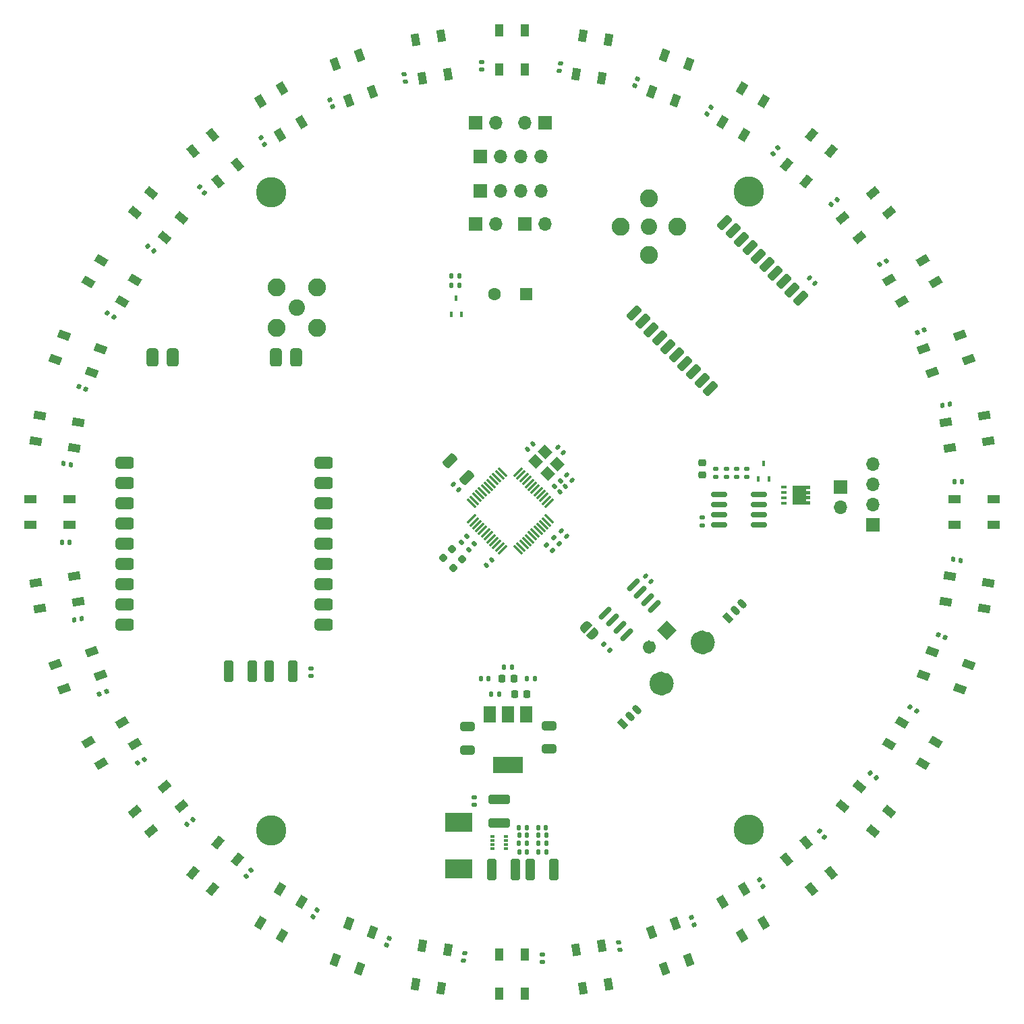
<source format=gts>
G04 #@! TF.GenerationSoftware,KiCad,Pcbnew,(6.0.6)*
G04 #@! TF.CreationDate,2023-02-05T11:55:43-05:00*
G04 #@! TF.ProjectId,NoseConeBoardV1,4e6f7365-436f-46e6-9542-6f6172645631,rev?*
G04 #@! TF.SameCoordinates,Original*
G04 #@! TF.FileFunction,Soldermask,Top*
G04 #@! TF.FilePolarity,Negative*
%FSLAX46Y46*%
G04 Gerber Fmt 4.6, Leading zero omitted, Abs format (unit mm)*
G04 Created by KiCad (PCBNEW (6.0.6)) date 2023-02-05 11:55:43*
%MOMM*%
%LPD*%
G01*
G04 APERTURE LIST*
G04 Aperture macros list*
%AMRoundRect*
0 Rectangle with rounded corners*
0 $1 Rounding radius*
0 $2 $3 $4 $5 $6 $7 $8 $9 X,Y pos of 4 corners*
0 Add a 4 corners polygon primitive as box body*
4,1,4,$2,$3,$4,$5,$6,$7,$8,$9,$2,$3,0*
0 Add four circle primitives for the rounded corners*
1,1,$1+$1,$2,$3*
1,1,$1+$1,$4,$5*
1,1,$1+$1,$6,$7*
1,1,$1+$1,$8,$9*
0 Add four rect primitives between the rounded corners*
20,1,$1+$1,$2,$3,$4,$5,0*
20,1,$1+$1,$4,$5,$6,$7,0*
20,1,$1+$1,$6,$7,$8,$9,0*
20,1,$1+$1,$8,$9,$2,$3,0*%
%AMHorizOval*
0 Thick line with rounded ends*
0 $1 width*
0 $2 $3 position (X,Y) of the first rounded end (center of the circle)*
0 $4 $5 position (X,Y) of the second rounded end (center of the circle)*
0 Add line between two ends*
20,1,$1,$2,$3,$4,$5,0*
0 Add two circle primitives to create the rounded ends*
1,1,$1,$2,$3*
1,1,$1,$4,$5*%
%AMRotRect*
0 Rectangle, with rotation*
0 The origin of the aperture is its center*
0 $1 length*
0 $2 width*
0 $3 Rotation angle, in degrees counterclockwise*
0 Add horizontal line*
21,1,$1,$2,0,0,$3*%
%AMFreePoly0*
4,1,17,1.395000,0.765000,0.855000,0.765000,0.855000,0.535000,1.395000,0.535000,1.395000,0.115000,0.855000,0.115000,0.855000,-0.115000,1.395000,-0.115000,1.395000,-0.535000,0.855000,-0.535000,0.855000,-0.765000,1.395000,-0.765000,1.395000,-1.185000,-0.855000,-1.185000,-0.855000,1.185000,1.395000,1.185000,1.395000,0.765000,1.395000,0.765000,$1*%
%AMFreePoly1*
4,1,22,0.499999,-0.750000,0.000000,-0.750000,0.000000,-0.745033,-0.079941,-0.743568,-0.215256,-0.701293,-0.333266,-0.622738,-0.424486,-0.514219,-0.481581,-0.384460,-0.499164,-0.250000,-0.500000,-0.250000,-0.500000,0.250000,-0.499164,0.250000,-0.499963,0.256109,-0.478152,0.396186,-0.417904,0.524511,-0.324060,0.630769,-0.204165,0.706417,-0.067858,0.745374,0.000000,0.744960,0.000000,0.750000,
0.499999,0.750000,0.499999,-0.750000,0.499999,-0.750000,$1*%
%AMFreePoly2*
4,1,20,0.000000,0.744960,0.073905,0.744508,0.209726,0.703889,0.328688,0.626782,0.421226,0.519385,0.479903,0.390333,0.500000,0.250000,0.500000,-0.250000,0.499851,-0.262216,0.476331,-0.402017,0.414519,-0.529596,0.319384,-0.634700,0.198574,-0.708877,0.061801,-0.746166,0.000000,-0.745033,0.000000,-0.750000,-0.499999,-0.750000,-0.499999,0.750000,0.000000,0.750000,0.000000,0.744960,
0.000000,0.744960,$1*%
G04 Aperture macros list end*
%ADD10C,1.531200*%
%ADD11C,0.836200*%
%ADD12C,0.010000*%
%ADD13RoundRect,0.140000X0.111865X-0.189700X0.207631X0.073414X-0.111865X0.189700X-0.207631X-0.073414X0*%
%ADD14R,1.700000X1.700000*%
%ADD15O,1.700000X1.700000*%
%ADD16RoundRect,0.140000X-0.170000X0.140000X-0.170000X-0.140000X0.170000X-0.140000X0.170000X0.140000X0*%
%ADD17RotRect,1.500000X1.000000X100.000000*%
%ADD18R,1.000000X1.500000*%
%ADD19R,0.450000X0.700000*%
%ADD20RoundRect,0.150000X0.825000X0.150000X-0.825000X0.150000X-0.825000X-0.150000X0.825000X-0.150000X0*%
%ADD21RoundRect,0.140000X0.219203X0.021213X0.021213X0.219203X-0.219203X-0.021213X-0.021213X-0.219203X0*%
%ADD22RoundRect,0.140000X0.140000X0.170000X-0.140000X0.170000X-0.140000X-0.170000X0.140000X-0.170000X0*%
%ADD23RoundRect,0.140000X0.077224X-0.206244X0.217224X0.036244X-0.077224X0.206244X-0.217224X-0.036244X0*%
%ADD24RoundRect,0.140000X0.143107X-0.167393X0.191728X0.108353X-0.143107X0.167393X-0.191728X-0.108353X0*%
%ADD25RoundRect,0.250000X-0.325000X-1.100000X0.325000X-1.100000X0.325000X1.100000X-0.325000X1.100000X0*%
%ADD26RotRect,1.500000X1.000000X350.000000*%
%ADD27RoundRect,0.135000X0.135000X0.185000X-0.135000X0.185000X-0.135000X-0.185000X0.135000X-0.185000X0*%
%ADD28RoundRect,0.140000X-0.216520X-0.040237X-0.002028X-0.220218X0.216520X0.040237X0.002028X0.220218X0*%
%ADD29RoundRect,0.140000X-0.219203X-0.021213X-0.021213X-0.219203X0.219203X0.021213X0.021213X0.219203X0*%
%ADD30RoundRect,0.250000X-0.689429X-0.229810X-0.229810X-0.689429X0.689429X0.229810X0.229810X0.689429X0*%
%ADD31RoundRect,0.250000X-0.650000X0.325000X-0.650000X-0.325000X0.650000X-0.325000X0.650000X0.325000X0*%
%ADD32RoundRect,0.218750X0.218750X0.256250X-0.218750X0.256250X-0.218750X-0.256250X0.218750X-0.256250X0*%
%ADD33RoundRect,0.218750X0.026517X-0.335876X0.335876X-0.026517X-0.026517X0.335876X-0.335876X0.026517X0*%
%ADD34C,3.800000*%
%ADD35RoundRect,0.140000X0.216520X0.040237X0.002028X0.220218X-0.216520X-0.040237X-0.002028X-0.220218X0*%
%ADD36RoundRect,0.140000X0.036244X0.217224X-0.206244X0.077224X-0.036244X-0.217224X0.206244X-0.077224X0*%
%ADD37RoundRect,0.135000X-0.226274X-0.035355X-0.035355X-0.226274X0.226274X0.035355X0.035355X0.226274X0*%
%ADD38R,1.500000X1.000000*%
%ADD39RoundRect,0.140000X-0.077224X0.206244X-0.217224X-0.036244X0.077224X-0.206244X0.217224X0.036244X0*%
%ADD40RotRect,1.500000X1.000000X150.000000*%
%ADD41RoundRect,0.135000X-0.035355X0.226274X-0.226274X0.035355X0.035355X-0.226274X0.226274X-0.035355X0*%
%ADD42R,3.500000X2.450000*%
%ADD43RotRect,1.500000X1.000000X140.000000*%
%ADD44RotRect,1.500000X1.000000X20.000000*%
%ADD45RoundRect,0.140000X-0.140000X-0.170000X0.140000X-0.170000X0.140000X0.170000X-0.140000X0.170000X0*%
%ADD46RoundRect,0.140000X-0.217224X0.036244X-0.077224X-0.206244X0.217224X-0.036244X0.077224X0.206244X0*%
%ADD47RoundRect,0.140000X-0.021213X0.219203X-0.219203X0.021213X0.021213X-0.219203X0.219203X-0.021213X0*%
%ADD48RoundRect,0.140000X-0.189700X-0.111865X0.073414X-0.207631X0.189700X0.111865X-0.073414X0.207631X0*%
%ADD49RotRect,1.500000X1.000000X200.000000*%
%ADD50RoundRect,0.140000X-0.036244X-0.217224X0.206244X-0.077224X0.036244X0.217224X-0.206244X0.077224X0*%
%ADD51RotRect,1.500000X1.000000X250.000000*%
%ADD52RotRect,1.400000X1.200000X315.000000*%
%ADD53RoundRect,0.140000X0.207631X-0.073414X0.111865X0.189700X-0.207631X0.073414X-0.111865X-0.189700X0*%
%ADD54RoundRect,0.150000X0.353553X0.848528X-0.848528X-0.353553X-0.353553X-0.848528X0.848528X0.353553X0*%
%ADD55RotRect,1.500000X1.000000X330.000000*%
%ADD56RoundRect,0.140000X-0.206244X-0.077224X0.036244X-0.217224X0.206244X0.077224X-0.036244X0.217224X0*%
%ADD57RoundRect,0.150000X0.477297X0.689429X-0.689429X-0.477297X-0.477297X-0.689429X0.689429X0.477297X0*%
%ADD58RoundRect,0.250000X0.325000X1.100000X-0.325000X1.100000X-0.325000X-1.100000X0.325000X-1.100000X0*%
%ADD59RoundRect,0.140000X0.170000X-0.140000X0.170000X0.140000X-0.170000X0.140000X-0.170000X-0.140000X0*%
%ADD60RotRect,1.500000X1.000000X130.000000*%
%ADD61RoundRect,0.135000X-0.135000X-0.185000X0.135000X-0.185000X0.135000X0.185000X-0.135000X0.185000X0*%
%ADD62RotRect,1.500000X1.000000X190.000000*%
%ADD63RoundRect,0.140000X-0.191728X0.108353X-0.143107X-0.167393X0.191728X-0.108353X0.143107X0.167393X0*%
%ADD64RotRect,1.500000X1.000000X60.000000*%
%ADD65RotRect,1.500000X1.000000X320.000000*%
%ADD66RotRect,1.500000X1.000000X260.000000*%
%ADD67RoundRect,0.140000X0.217224X-0.036244X0.077224X0.206244X-0.217224X0.036244X-0.077224X-0.206244X0*%
%ADD68RotRect,1.500000X1.000000X10.000000*%
%ADD69RoundRect,0.135000X-0.185000X0.135000X-0.185000X-0.135000X0.185000X-0.135000X0.185000X0.135000X0*%
%ADD70RoundRect,0.140000X-0.002028X0.220218X-0.216520X0.040237X0.002028X-0.220218X0.216520X-0.040237X0*%
%ADD71RoundRect,0.200000X0.176777X-0.459619X0.459619X-0.176777X-0.176777X0.459619X-0.459619X0.176777X0*%
%ADD72HorizOval,0.800000X-0.176777X0.176777X0.176777X-0.176777X0*%
%ADD73R,1.500000X2.000000*%
%ADD74R,3.800000X2.000000*%
%ADD75RoundRect,0.140000X-0.073414X-0.207631X0.189700X-0.111865X0.073414X0.207631X-0.189700X0.111865X0*%
%ADD76RotRect,1.500000X1.000000X230.000000*%
%ADD77RoundRect,0.218750X-0.256250X0.218750X-0.256250X-0.218750X0.256250X-0.218750X0.256250X0.218750X0*%
%ADD78R,0.475000X0.300000*%
%ADD79RoundRect,0.140000X0.189700X0.111865X-0.073414X0.207631X-0.189700X-0.111865X0.073414X-0.207631X0*%
%ADD80RotRect,1.500000X1.000000X50.000000*%
%ADD81RoundRect,0.135000X0.226274X0.035355X0.035355X0.226274X-0.226274X-0.035355X-0.035355X-0.226274X0*%
%ADD82RoundRect,0.140000X-0.040237X0.216520X-0.220218X0.002028X0.040237X-0.216520X0.220218X-0.002028X0*%
%ADD83RotRect,1.500000X1.000000X290.000000*%
%ADD84RotRect,1.500000X1.000000X210.000000*%
%ADD85C,2.050000*%
%ADD86C,2.250000*%
%ADD87RoundRect,0.140000X0.073414X0.207631X-0.189700X0.111865X-0.073414X-0.207631X0.189700X-0.111865X0*%
%ADD88RoundRect,0.140000X0.220218X0.002028X0.040237X0.216520X-0.220218X-0.002028X-0.040237X-0.216520X0*%
%ADD89RotRect,1.500000X1.000000X340.000000*%
%ADD90RoundRect,0.140000X0.021213X-0.219203X0.219203X-0.021213X-0.021213X0.219203X-0.219203X0.021213X0*%
%ADD91RoundRect,0.140000X-0.143107X0.167393X-0.191728X-0.108353X0.143107X-0.167393X0.191728X0.108353X0*%
%ADD92RotRect,1.500000X1.000000X40.000000*%
%ADD93RoundRect,0.140000X-0.167393X-0.143107X0.108353X-0.191728X0.167393X0.143107X-0.108353X0.191728X0*%
%ADD94RoundRect,0.075000X0.415425X0.521491X-0.521491X-0.415425X-0.415425X-0.521491X0.521491X0.415425X0*%
%ADD95RoundRect,0.075000X-0.415425X0.521491X-0.521491X0.415425X0.415425X-0.521491X0.521491X-0.415425X0*%
%ADD96RoundRect,0.140000X0.002028X-0.220218X0.216520X-0.040237X-0.002028X0.220218X-0.216520X0.040237X0*%
%ADD97RoundRect,0.140000X-0.220218X-0.002028X-0.040237X-0.216520X0.220218X0.002028X0.040237X0.216520X0*%
%ADD98RoundRect,0.135000X0.035355X-0.226274X0.226274X-0.035355X-0.035355X0.226274X-0.226274X0.035355X0*%
%ADD99RotRect,1.500000X1.000000X30.000000*%
%ADD100RotRect,1.500000X1.000000X240.000000*%
%ADD101RotRect,1.500000X1.000000X280.000000*%
%ADD102RotRect,1.500000X1.000000X70.000000*%
%ADD103R,0.700000X0.420000*%
%ADD104FreePoly0,0.000000*%
%ADD105R,1.600000X1.600000*%
%ADD106C,1.600000*%
%ADD107RoundRect,0.135000X0.185000X-0.135000X0.185000X0.135000X-0.185000X0.135000X-0.185000X-0.135000X0*%
%ADD108RoundRect,0.140000X0.040237X-0.216520X0.220218X-0.002028X-0.040237X0.216520X-0.220218X0.002028X0*%
%ADD109RoundRect,0.140000X-0.207631X0.073414X-0.111865X-0.189700X0.207631X-0.073414X0.111865X0.189700X0*%
%ADD110FreePoly1,135.000000*%
%ADD111FreePoly2,135.000000*%
%ADD112RotRect,1.500000X1.000000X80.000000*%
%ADD113RoundRect,0.140000X0.191728X-0.108353X0.143107X0.167393X-0.191728X0.108353X-0.143107X-0.167393X0*%
%ADD114RotRect,1.500000X1.000000X300.000000*%
%ADD115RotRect,1.500000X1.000000X310.000000*%
%ADD116RoundRect,0.140000X0.108353X0.191728X-0.167393X0.143107X-0.108353X-0.191728X0.167393X-0.143107X0*%
%ADD117RotRect,1.500000X1.000000X120.000000*%
%ADD118RoundRect,0.381000X-0.762000X-0.381000X0.762000X-0.381000X0.762000X0.381000X-0.762000X0.381000X0*%
%ADD119RoundRect,0.381000X-0.381000X0.762000X-0.381000X-0.762000X0.381000X-0.762000X0.381000X0.762000X0*%
%ADD120RoundRect,0.381000X0.381000X-0.762000X0.381000X0.762000X-0.381000X0.762000X-0.381000X-0.762000X0*%
%ADD121RoundRect,0.140000X-0.108353X-0.191728X0.167393X-0.143107X0.108353X0.191728X-0.167393X0.143107X0*%
%ADD122RoundRect,0.140000X0.206244X0.077224X-0.036244X0.217224X-0.206244X-0.077224X0.036244X-0.217224X0*%
%ADD123RotRect,1.500000X1.000000X220.000000*%
%ADD124RotRect,1.500000X1.000000X160.000000*%
%ADD125RotRect,1.500000X1.000000X110.000000*%
%ADD126RotRect,1.500000X1.000000X170.000000*%
%ADD127RoundRect,0.250000X-1.100000X0.325000X-1.100000X-0.325000X1.100000X-0.325000X1.100000X0.325000X0*%
%ADD128RoundRect,0.140000X0.167393X0.143107X-0.108353X0.191728X-0.167393X-0.143107X0.108353X-0.191728X0*%
%ADD129RoundRect,0.140000X-0.111865X0.189700X-0.207631X-0.073414X0.111865X-0.189700X0.207631X0.073414X0*%
G04 APERTURE END LIST*
D10*
X229745166Y-171641446D02*
G75*
G03*
X229745166Y-171641446I-765600J0D01*
G01*
D11*
X227863245Y-167066465D02*
G75*
G03*
X227863245Y-167066465I-418100J0D01*
G01*
D10*
X234907046Y-166479567D02*
G75*
G03*
X234907046Y-166479567I-765600J0D01*
G01*
G36*
X230749030Y-164945145D02*
G01*
X229566465Y-166127710D01*
X228383900Y-164945145D01*
X229566465Y-163762580D01*
X230749030Y-164945145D01*
G37*
D12*
X230749030Y-164945145D02*
X229566465Y-166127710D01*
X228383900Y-164945145D01*
X229566465Y-163762580D01*
X230749030Y-164945145D01*
D13*
X194462898Y-204492645D03*
X194791238Y-203590541D03*
D14*
X211820001Y-114000000D03*
D15*
X214360001Y-114000000D03*
D16*
X205500000Y-185919999D03*
X205500000Y-186879999D03*
D17*
X198987515Y-95690896D03*
X202138899Y-95135222D03*
X201288023Y-90309664D03*
X198136639Y-90865338D03*
D18*
X208609364Y-94569130D03*
X211809364Y-94569130D03*
X211809364Y-89669130D03*
X208609364Y-89669130D03*
D19*
X241150000Y-145999999D03*
X242450000Y-145999999D03*
X241800000Y-143999999D03*
D20*
X241175000Y-151705000D03*
X241175000Y-150435000D03*
X241175000Y-149165000D03*
X241175000Y-147895000D03*
X236225000Y-147895000D03*
X236225000Y-149165000D03*
X236225000Y-150435000D03*
X236225000Y-151705000D03*
D19*
X202550000Y-125300000D03*
X203850000Y-125300000D03*
X203200000Y-123300000D03*
D21*
X227658090Y-158828801D03*
X226979268Y-158149979D03*
D14*
X205670001Y-114000000D03*
D15*
X208210001Y-114000000D03*
D22*
X213067500Y-170999999D03*
X212107500Y-170999999D03*
D23*
X185260261Y-200932245D03*
X185740261Y-200100861D03*
D24*
X204143985Y-206400935D03*
X204310687Y-205455519D03*
D14*
X206200000Y-109775000D03*
D15*
X208740000Y-109775000D03*
X211280000Y-109775000D03*
X213820000Y-109775000D03*
D25*
X212525001Y-194999999D03*
X215475001Y-194999999D03*
D26*
X265193271Y-158189595D03*
X264637597Y-161340979D03*
X269463155Y-162191855D03*
X270018829Y-159040471D03*
D27*
X203610000Y-120500000D03*
X202590000Y-120500000D03*
D28*
X164500581Y-116725455D03*
X165235983Y-117342531D03*
D29*
X217060589Y-145460589D03*
X217739411Y-146139411D03*
D30*
X202435525Y-143678508D03*
X204521491Y-145764474D03*
D31*
X214900000Y-176924999D03*
X214900000Y-179874999D03*
D32*
X210487500Y-170999999D03*
X208912500Y-170999999D03*
D21*
X248239411Y-121439411D03*
X247560589Y-120760589D03*
D33*
X202843153Y-157156847D03*
X203956847Y-156043153D03*
D34*
X180000000Y-190100000D03*
D35*
X255918147Y-183512805D03*
X255182745Y-182895729D03*
D36*
X257222479Y-118588233D03*
X256391095Y-119068233D03*
D22*
X266689364Y-146319130D03*
X265729364Y-146319130D03*
D37*
X215439376Y-153339376D03*
X216160624Y-154060624D03*
D38*
X154659364Y-151719130D03*
X154659364Y-148519130D03*
X149759364Y-148519130D03*
X149759364Y-151719130D03*
D39*
X235158467Y-99306015D03*
X234678467Y-100137399D03*
D40*
X161301653Y-123729771D03*
X162901653Y-120958489D03*
X158658129Y-118508489D03*
X157058129Y-121279771D03*
D41*
X205500000Y-154100000D03*
X204778752Y-154821248D03*
D31*
X204600000Y-177024999D03*
X204600000Y-179974999D03*
D42*
X203500000Y-189074999D03*
X203500000Y-194924999D03*
D43*
X166627135Y-115637949D03*
X168684055Y-113186607D03*
X164930437Y-110036947D03*
X162873517Y-112488289D03*
D44*
X261862057Y-129616403D03*
X262956521Y-132623420D03*
X267561015Y-130947521D03*
X266466551Y-127940504D03*
D45*
X209220000Y-169599999D03*
X210180000Y-169599999D03*
D25*
X207700001Y-194999999D03*
X210650001Y-194999999D03*
D46*
X178678467Y-103106015D03*
X179158467Y-103937399D03*
D47*
X212800000Y-141600000D03*
X212121178Y-142278822D03*
D48*
X155835849Y-134372664D03*
X156737953Y-134701004D03*
D49*
X158556671Y-170621857D03*
X157462207Y-167614840D03*
X152857713Y-169290739D03*
X153952177Y-172297756D03*
D50*
X163196249Y-181650027D03*
X164027633Y-181170027D03*
D51*
X192713654Y-202866287D03*
X189706637Y-201771823D03*
X188030738Y-206376317D03*
X191037755Y-207470781D03*
D52*
X213144365Y-143744365D03*
X214700000Y-145300000D03*
X215902081Y-144097919D03*
X214346446Y-142542284D03*
D45*
X153729364Y-153919130D03*
X154689364Y-153919130D03*
D21*
X217039411Y-153139411D03*
X216360589Y-152460589D03*
D53*
X233097494Y-201893292D03*
X232769154Y-200991188D03*
D38*
X265759364Y-148519130D03*
X265759364Y-151719130D03*
X270659364Y-151719130D03*
X270659364Y-148519130D03*
D45*
X206307500Y-170999999D03*
X207267500Y-170999999D03*
D54*
X246438664Y-123316117D03*
X245378004Y-122255457D03*
X244317344Y-121194797D03*
X243256683Y-120134136D03*
X242196023Y-119073476D03*
X241135363Y-118012816D03*
X240074703Y-116952156D03*
X239014043Y-115891496D03*
X237953383Y-114830836D03*
X236892722Y-113770175D03*
X225561336Y-125101562D03*
X226621996Y-126162222D03*
X227682657Y-127222882D03*
X228743317Y-128283542D03*
X229803977Y-129344202D03*
X230864637Y-130404862D03*
X231925297Y-131465523D03*
X232985957Y-132526183D03*
X234064295Y-133569165D03*
X235124956Y-134629825D03*
D55*
X259117075Y-176508489D03*
X257517075Y-179279771D03*
X261760599Y-181729771D03*
X263360599Y-178958489D03*
D56*
X159396249Y-125170027D03*
X160227633Y-125650027D03*
D34*
X239900000Y-109900000D03*
D57*
X228115807Y-161986339D03*
X227217781Y-161088314D03*
X226319755Y-160190288D03*
X225421730Y-159292262D03*
X221921551Y-162792441D03*
X222819577Y-163690466D03*
X223717603Y-164588492D03*
X224615628Y-165486518D03*
D58*
X182675000Y-170099999D03*
X179725000Y-170099999D03*
D59*
X214009364Y-206599130D03*
X214009364Y-205639130D03*
D45*
X213520000Y-189700001D03*
X214480000Y-189700001D03*
D60*
X173276842Y-108593821D03*
X175728184Y-106536901D03*
X172578524Y-102783283D03*
X170127182Y-104840203D03*
D61*
X213490000Y-190700001D03*
X214510000Y-190700001D03*
D62*
X155781130Y-161340979D03*
X155225456Y-158189595D03*
X150399898Y-159040471D03*
X150955572Y-162191855D03*
D63*
X196659446Y-95157051D03*
X196826148Y-96102467D03*
D64*
X236598723Y-101211419D03*
X239370005Y-102811419D03*
X241820005Y-98567895D03*
X239048723Y-96967895D03*
D65*
X253791593Y-184600311D03*
X251734673Y-187051653D03*
X255488291Y-190201313D03*
X257545211Y-187749971D03*
D14*
X255475000Y-151700000D03*
D15*
X255475000Y-149160000D03*
X255475000Y-146620000D03*
X255475000Y-144080000D03*
D16*
X184999999Y-169719998D03*
X184999999Y-170679998D03*
D14*
X206220001Y-105500000D03*
D15*
X208760001Y-105500000D03*
X211300001Y-105500000D03*
X213840001Y-105500000D03*
D61*
X211090000Y-191699999D03*
X212110000Y-191699999D03*
D66*
X202138899Y-205103037D03*
X198987515Y-204547363D03*
X198136639Y-209372921D03*
X201288023Y-209928595D03*
D29*
X202839097Y-146682080D03*
X203517919Y-147360902D03*
D67*
X241740261Y-197132245D03*
X241260261Y-196300861D03*
D68*
X264637598Y-138897281D03*
X265193272Y-142048665D03*
X270018830Y-141197789D03*
X269463156Y-138046405D03*
D69*
X238400000Y-144690000D03*
X238400000Y-145710000D03*
D70*
X251032961Y-110903517D03*
X250297559Y-111520593D03*
D16*
X234100000Y-150820000D03*
X234100000Y-151780000D03*
D71*
X224114035Y-176681802D03*
D72*
X224997918Y-175797919D03*
X225881802Y-174914035D03*
D73*
X212000000Y-175549999D03*
D74*
X209700000Y-181849999D03*
D73*
X209700000Y-175549999D03*
X207400000Y-175549999D03*
D75*
X158435202Y-173007260D03*
X159337306Y-172678920D03*
D14*
X251425000Y-146950000D03*
D15*
X251425000Y-149490000D03*
D76*
X175728183Y-193701359D03*
X173276841Y-191644439D03*
X170127181Y-195398057D03*
X172578523Y-197454977D03*
D77*
X234100000Y-143900001D03*
X234100000Y-145475001D03*
D58*
X177574999Y-170099999D03*
X174624999Y-170099999D03*
D78*
X207762000Y-190849999D03*
X207762000Y-191349999D03*
X207762000Y-191849999D03*
X207762000Y-192349999D03*
X209438000Y-192349999D03*
X209438000Y-191849999D03*
X209438000Y-191349999D03*
X209438000Y-190849999D03*
D79*
X264582879Y-165865596D03*
X263680775Y-165537256D03*
D80*
X244690545Y-106536901D03*
X247141887Y-108593821D03*
X250291547Y-104840203D03*
X247840205Y-102783283D03*
D81*
X215260624Y-154960624D03*
X214539376Y-154239376D03*
D33*
X201543153Y-155856847D03*
X202656847Y-154743153D03*
D82*
X243603039Y-104410347D03*
X242985963Y-105145749D03*
D37*
X221758055Y-166728766D03*
X222479303Y-167450014D03*
D83*
X230712091Y-201771823D03*
X227705074Y-202866287D03*
X229380973Y-207470781D03*
X232387990Y-206376317D03*
D84*
X162901653Y-179279771D03*
X161301653Y-176508489D03*
X157058129Y-178958489D03*
X158658129Y-181729771D03*
D61*
X211080000Y-189699999D03*
X212100000Y-189699999D03*
D69*
X237100000Y-144690000D03*
X237100000Y-145710000D03*
D85*
X183200000Y-124500000D03*
D86*
X180660000Y-127040000D03*
X185740000Y-127040000D03*
X180660000Y-121960000D03*
X185740000Y-121960000D03*
D87*
X261983526Y-127231000D03*
X261081422Y-127559340D03*
D88*
X249424977Y-190942727D03*
X248807901Y-190207325D03*
D89*
X262956521Y-167614840D03*
X261862057Y-170621857D03*
X266466551Y-172297756D03*
X267561015Y-169290739D03*
D85*
X227400000Y-114300000D03*
D86*
X223807898Y-114300000D03*
X227400000Y-110707898D03*
X227400000Y-117892102D03*
X230992102Y-114300000D03*
D90*
X206960589Y-156839411D03*
X207639411Y-156160589D03*
D91*
X216274743Y-93837325D03*
X216108041Y-94782741D03*
D22*
X212080000Y-190699999D03*
X211120000Y-190699999D03*
D27*
X214510000Y-192800000D03*
X213490000Y-192800000D03*
D92*
X251734673Y-113186608D03*
X253791593Y-115637950D03*
X257545211Y-112488290D03*
X255488291Y-110036948D03*
D93*
X153927559Y-144053751D03*
X154872975Y-144220453D03*
D94*
X214887876Y-149001212D03*
X214534322Y-148647658D03*
X214180769Y-148294105D03*
X213827215Y-147940551D03*
X213473662Y-147586998D03*
X213120109Y-147233445D03*
X212766555Y-146879891D03*
X212413002Y-146526338D03*
X212059449Y-146172785D03*
X211705895Y-145819231D03*
X211352342Y-145465678D03*
X210998788Y-145112124D03*
D95*
X209001212Y-145112124D03*
X208647658Y-145465678D03*
X208294105Y-145819231D03*
X207940551Y-146172785D03*
X207586998Y-146526338D03*
X207233445Y-146879891D03*
X206879891Y-147233445D03*
X206526338Y-147586998D03*
X206172785Y-147940551D03*
X205819231Y-148294105D03*
X205465678Y-148647658D03*
X205112124Y-149001212D03*
D94*
X205112124Y-150998788D03*
X205465678Y-151352342D03*
X205819231Y-151705895D03*
X206172785Y-152059449D03*
X206526338Y-152413002D03*
X206879891Y-152766555D03*
X207233445Y-153120109D03*
X207586998Y-153473662D03*
X207940551Y-153827215D03*
X208294105Y-154180769D03*
X208647658Y-154534322D03*
X209001212Y-154887876D03*
D95*
X210998788Y-154887876D03*
X211352342Y-154534322D03*
X211705895Y-154180769D03*
X212059449Y-153827215D03*
X212413002Y-153473662D03*
X212766555Y-153120109D03*
X213120109Y-152766555D03*
X213473662Y-152413002D03*
X213827215Y-152059449D03*
X214180769Y-151705895D03*
X214534322Y-151352342D03*
X214887876Y-150998788D03*
D27*
X203610000Y-121700000D03*
X202590000Y-121700000D03*
D96*
X169385767Y-189334743D03*
X170121169Y-188717667D03*
D97*
X170993751Y-109295533D03*
X171610827Y-110030935D03*
D98*
X215578787Y-146921213D03*
X216300035Y-146199965D03*
D99*
X257517075Y-120958489D03*
X259117075Y-123729771D03*
X263360599Y-121279771D03*
X261760599Y-118508489D03*
D100*
X183820005Y-199026841D03*
X181048723Y-197426841D03*
X178598723Y-201670365D03*
X181370005Y-203270365D03*
D14*
X214370001Y-101300000D03*
D15*
X211830001Y-101300000D03*
D101*
X221431213Y-204547364D03*
X218279829Y-205103038D03*
X219130705Y-209928596D03*
X222282089Y-209372922D03*
D45*
X211120000Y-192799999D03*
X212080000Y-192799999D03*
D61*
X207599999Y-172999999D03*
X208619999Y-172999999D03*
D71*
X237314035Y-163381802D03*
D72*
X238197918Y-162497919D03*
X239081802Y-161614035D03*
D102*
X227705074Y-97371973D03*
X230712091Y-98466437D03*
X232387990Y-93861943D03*
X229380973Y-92767479D03*
D103*
X244300000Y-147025000D03*
X244300000Y-147675000D03*
X244300000Y-148325000D03*
X244300000Y-148975000D03*
D104*
X246255000Y-148000000D03*
D105*
X212000000Y-122800000D03*
D106*
X208000000Y-122800000D03*
D107*
X239700000Y-145710000D03*
X239700000Y-144690000D03*
D108*
X176815689Y-195827913D03*
X177432765Y-195092511D03*
D32*
X212087500Y-172999999D03*
X210512500Y-172999999D03*
D109*
X187321234Y-98344968D03*
X187649574Y-99247072D03*
D47*
X216939411Y-146860589D03*
X216260589Y-147539411D03*
D34*
X180000000Y-110000000D03*
D110*
X220378298Y-165449009D03*
D111*
X219459060Y-164529771D03*
D112*
X218279829Y-95135223D03*
X221431213Y-95690897D03*
X222282089Y-90865339D03*
X219130705Y-90309665D03*
D113*
X223759282Y-205081209D03*
X223592580Y-204135793D03*
D114*
X239370005Y-197426841D03*
X236598723Y-199026841D03*
X239048723Y-203270365D03*
X241820005Y-201670365D03*
D14*
X205670001Y-101275000D03*
D15*
X208210001Y-101275000D03*
D115*
X247141886Y-191644439D03*
X244690544Y-193701359D03*
X247840204Y-197454977D03*
X250291546Y-195398057D03*
D116*
X265171443Y-136569212D03*
X264226027Y-136735914D03*
D117*
X181048723Y-102811419D03*
X183820005Y-101211419D03*
X181370005Y-96967895D03*
X178598723Y-98567895D03*
D18*
X211809364Y-205669130D03*
X208609364Y-205669130D03*
X208609364Y-210569130D03*
X211809364Y-210569130D03*
D118*
X161600000Y-143921500D03*
X161600000Y-146461500D03*
X161600000Y-149001500D03*
X161600000Y-151541500D03*
X161600000Y-154081500D03*
X161600000Y-156621500D03*
X161600000Y-159161500D03*
X161600000Y-161701500D03*
X161600000Y-164241500D03*
X186600000Y-164241500D03*
X186600000Y-161701500D03*
X186600000Y-159161500D03*
X186600000Y-156621500D03*
X186600000Y-154081500D03*
X186600000Y-151541500D03*
X186600000Y-149001500D03*
X186600000Y-146461500D03*
X186600000Y-143921500D03*
D119*
X183100000Y-130741500D03*
X180560000Y-130741500D03*
D120*
X167640000Y-130741500D03*
X165100000Y-130741500D03*
D61*
X213490000Y-191700000D03*
X214510000Y-191700000D03*
D34*
X239900000Y-190000000D03*
D121*
X155247285Y-163669048D03*
X156192701Y-163502346D03*
D122*
X261022479Y-175068233D03*
X260191095Y-174588233D03*
D16*
X206409364Y-93639130D03*
X206409364Y-94599130D03*
D123*
X168684055Y-187051652D03*
X166627135Y-184600310D03*
X162873517Y-187749970D03*
X164930437Y-190201312D03*
D124*
X157462207Y-132623420D03*
X158556671Y-129616403D03*
X153952177Y-127940504D03*
X152857713Y-130947521D03*
D125*
X189706637Y-98466437D03*
X192713654Y-97371973D03*
X191037755Y-92767479D03*
X188030738Y-93861943D03*
D126*
X155225457Y-142048665D03*
X155781131Y-138897281D03*
X150955573Y-138046405D03*
X150399899Y-141197789D03*
D127*
X208600000Y-186225000D03*
X208600000Y-189175000D03*
D29*
X215960589Y-141960589D03*
X216639411Y-142639411D03*
D41*
X204560624Y-153200000D03*
X203839376Y-153921248D03*
D128*
X266491169Y-156184509D03*
X265545753Y-156017807D03*
D69*
X235800000Y-144690000D03*
X235800000Y-145710000D03*
D129*
X225955830Y-95745615D03*
X225627490Y-96647719D03*
M02*

</source>
